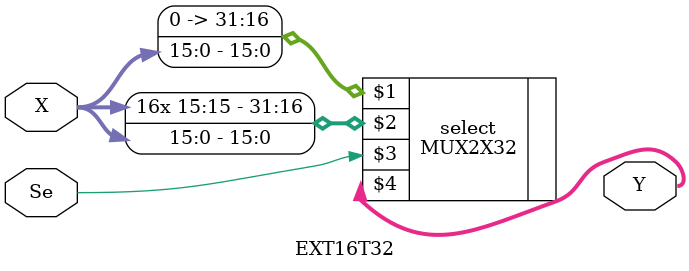
<source format=v>
`timescale 1ns / 1ps

module EXT16T32 (X, Se, Y);

    input [15:0] X;
    input Se;
    output [31:0] Y;

    MUX2X32 select({16'b0, X}, {{16{X[15]}}, X}, Se, Y);

endmodule

</source>
